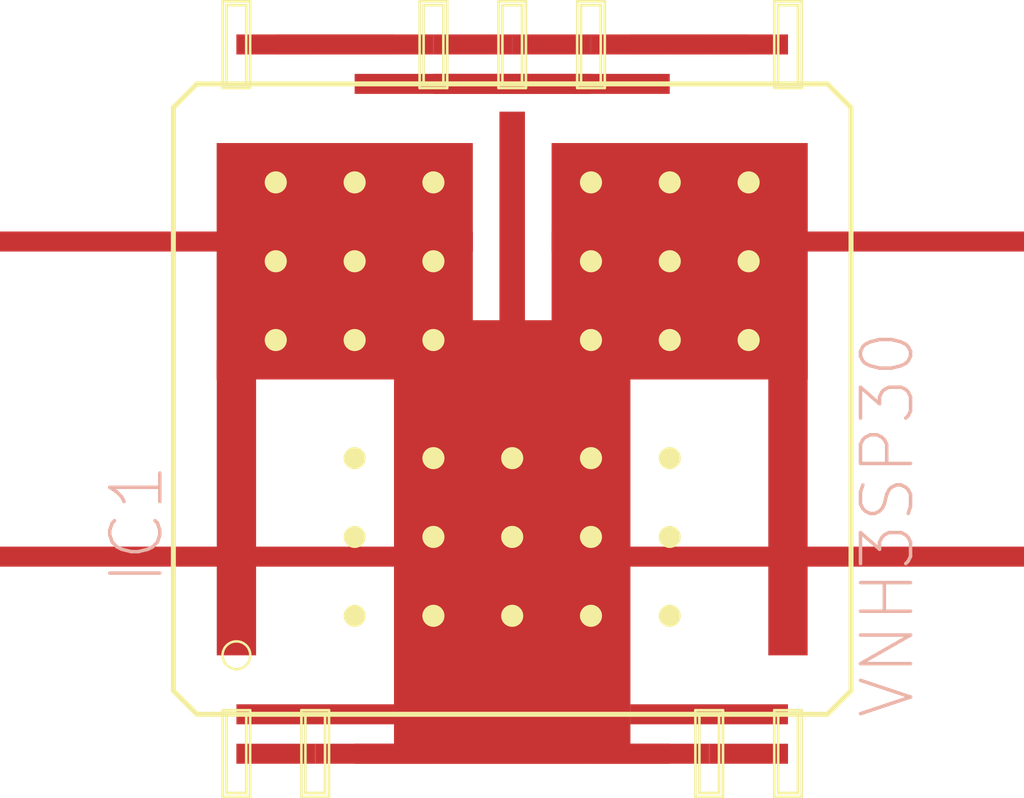
<source format=kicad_pcb>
(kicad_pcb (version 3) (host pcbnew "(2013-feb-26)-stable")

  (general
    (links 0)
    (no_connects 0)
    (area 0 0 0 0)
    (thickness 1.6)
    (drawings 0)
    (tracks 0)
    (zones 0)
    (modules 1)
    (nets 1)
  )

  (page A3)
  (layers
    (15 F.Cu signal)
    (0 B.Cu signal)
    (16 B.Adhes user)
    (17 F.Adhes user)
    (18 B.Paste user)
    (19 F.Paste user)
    (20 B.SilkS user)
    (21 F.SilkS user)
    (22 B.Mask user)
    (23 F.Mask user)
    (24 Dwgs.User user)
    (25 Cmts.User user)
    (26 Eco1.User user)
    (27 Eco2.User user)
    (28 Edge.Cuts user)
  )

  (setup
    (last_trace_width 0.254)
    (trace_clearance 0.254)
    (zone_clearance 0.508)
    (zone_45_only no)
    (trace_min 0.254)
    (segment_width 0.2)
    (edge_width 0.15)
    (via_size 0.889)
    (via_drill 0.635)
    (via_min_size 0.889)
    (via_min_drill 0.508)
    (uvia_size 0.508)
    (uvia_drill 0.127)
    (uvias_allowed no)
    (uvia_min_size 0.508)
    (uvia_min_drill 0.127)
    (pcb_text_width 0.3)
    (pcb_text_size 1 1)
    (mod_edge_width 0.15)
    (mod_text_size 1 1)
    (mod_text_width 0.15)
    (pad_size 1 1)
    (pad_drill 0.6)
    (pad_to_mask_clearance 0)
    (aux_axis_origin 0 0)
    (visible_elements FFFFFFBF)
    (pcbplotparams
      (layerselection 3178497)
      (usegerberextensions true)
      (excludeedgelayer true)
      (linewidth 152400)
      (plotframeref false)
      (viasonmask false)
      (mode 1)
      (useauxorigin false)
      (hpglpennumber 1)
      (hpglpenspeed 20)
      (hpglpendiameter 15)
      (hpglpenoverlay 2)
      (psnegative false)
      (psa4output false)
      (plotreference true)
      (plotvalue true)
      (plotothertext true)
      (plotinvisibletext false)
      (padsonsilk false)
      (subtractmaskfromsilk false)
      (outputformat 1)
      (mirror false)
      (drillshape 1)
      (scaleselection 1)
      (outputdirectory ""))
  )

  (net 0 "")

  (net_class Default "This is the default net class."
    (clearance 0.254)
    (trace_width 0.254)
    (via_dia 0.889)
    (via_drill 0.635)
    (uvia_dia 0.508)
    (uvia_drill 0.127)
    (add_net "")
  )

  (module st-microelectronics-MULTIPOWERSO-30 (layer F.Cu) (tedit 200000) (tstamp 517D7C3E)
    (at 26.6192 23.6728)
    (descr MULTIPOWERSO-30)
    (tags MULTIPOWERSO-30)
    (path /517D7814)
    (attr smd)
    (fp_text reference IC1 (at -9.525 3.175 90) (layer B.SilkS)
      (effects (font (size 1.27 1.27) (thickness 0.0889)))
    )
    (fp_text value VNH3SP30 (at 9.525 3.175 90) (layer B.SilkS)
      (effects (font (size 1.27 1.27) (thickness 0.0889)))
    )
    (fp_line (start -7.34822 -7.89432) (end -6.64972 -7.89432) (layer F.SilkS) (width 0.06604))
    (fp_line (start -6.64972 -7.89432) (end -6.64972 -10.09396) (layer F.SilkS) (width 0.06604))
    (fp_line (start -7.34822 -10.09396) (end -6.64972 -10.09396) (layer F.SilkS) (width 0.06604))
    (fp_line (start -7.34822 -7.89432) (end -7.34822 -10.09396) (layer F.SilkS) (width 0.06604))
    (fp_line (start -7.24916 -7.99338) (end -6.74878 -7.99338) (layer F.SilkS) (width 0.06604))
    (fp_line (start -6.74878 -7.99338) (end -6.74878 -9.9949) (layer F.SilkS) (width 0.06604))
    (fp_line (start -7.24916 -9.9949) (end -6.74878 -9.9949) (layer F.SilkS) (width 0.06604))
    (fp_line (start -7.24916 -7.99338) (end -7.24916 -9.9949) (layer F.SilkS) (width 0.06604))
    (fp_line (start -2.3495 -7.89432) (end -1.64846 -7.89432) (layer F.SilkS) (width 0.06604))
    (fp_line (start -1.64846 -7.89432) (end -1.64846 -10.09396) (layer F.SilkS) (width 0.06604))
    (fp_line (start -2.3495 -10.09396) (end -1.64846 -10.09396) (layer F.SilkS) (width 0.06604))
    (fp_line (start -2.3495 -7.89432) (end -2.3495 -10.09396) (layer F.SilkS) (width 0.06604))
    (fp_line (start -2.2479 -7.99338) (end -1.74752 -7.99338) (layer F.SilkS) (width 0.06604))
    (fp_line (start -1.74752 -7.99338) (end -1.74752 -9.9949) (layer F.SilkS) (width 0.06604))
    (fp_line (start -2.2479 -9.9949) (end -1.74752 -9.9949) (layer F.SilkS) (width 0.06604))
    (fp_line (start -2.2479 -7.99338) (end -2.2479 -9.9949) (layer F.SilkS) (width 0.06604))
    (fp_line (start -0.34798 -7.89432) (end 0.34798 -7.89432) (layer F.SilkS) (width 0.06604))
    (fp_line (start 0.34798 -7.89432) (end 0.34798 -10.09396) (layer F.SilkS) (width 0.06604))
    (fp_line (start -0.34798 -10.09396) (end 0.34798 -10.09396) (layer F.SilkS) (width 0.06604))
    (fp_line (start -0.34798 -7.89432) (end -0.34798 -10.09396) (layer F.SilkS) (width 0.06604))
    (fp_line (start -0.24892 -7.99338) (end 0.24892 -7.99338) (layer F.SilkS) (width 0.06604))
    (fp_line (start 0.24892 -7.99338) (end 0.24892 -9.9949) (layer F.SilkS) (width 0.06604))
    (fp_line (start -0.24892 -9.9949) (end 0.24892 -9.9949) (layer F.SilkS) (width 0.06604))
    (fp_line (start -0.24892 -7.99338) (end -0.24892 -9.9949) (layer F.SilkS) (width 0.06604))
    (fp_line (start 1.64846 -7.89432) (end 2.3495 -7.89432) (layer F.SilkS) (width 0.06604))
    (fp_line (start 2.3495 -7.89432) (end 2.3495 -10.09396) (layer F.SilkS) (width 0.06604))
    (fp_line (start 1.64846 -10.09396) (end 2.3495 -10.09396) (layer F.SilkS) (width 0.06604))
    (fp_line (start 1.64846 -7.89432) (end 1.64846 -10.09396) (layer F.SilkS) (width 0.06604))
    (fp_line (start 1.74752 -7.99338) (end 2.2479 -7.99338) (layer F.SilkS) (width 0.06604))
    (fp_line (start 2.2479 -7.99338) (end 2.2479 -9.9949) (layer F.SilkS) (width 0.06604))
    (fp_line (start 1.74752 -9.9949) (end 2.2479 -9.9949) (layer F.SilkS) (width 0.06604))
    (fp_line (start 1.74752 -7.99338) (end 1.74752 -9.9949) (layer F.SilkS) (width 0.06604))
    (fp_line (start 6.64972 -7.89432) (end 7.34822 -7.89432) (layer F.SilkS) (width 0.06604))
    (fp_line (start 7.34822 -7.89432) (end 7.34822 -10.09396) (layer F.SilkS) (width 0.06604))
    (fp_line (start 6.64972 -10.09396) (end 7.34822 -10.09396) (layer F.SilkS) (width 0.06604))
    (fp_line (start 6.64972 -7.89432) (end 6.64972 -10.09396) (layer F.SilkS) (width 0.06604))
    (fp_line (start 6.74878 -7.99338) (end 7.24916 -7.99338) (layer F.SilkS) (width 0.06604))
    (fp_line (start 7.24916 -7.99338) (end 7.24916 -9.9949) (layer F.SilkS) (width 0.06604))
    (fp_line (start 6.74878 -9.9949) (end 7.24916 -9.9949) (layer F.SilkS) (width 0.06604))
    (fp_line (start 6.74878 -7.99338) (end 6.74878 -9.9949) (layer F.SilkS) (width 0.06604))
    (fp_line (start -7.34822 10.09396) (end -6.64972 10.09396) (layer F.SilkS) (width 0.06604))
    (fp_line (start -6.64972 10.09396) (end -6.64972 7.89432) (layer F.SilkS) (width 0.06604))
    (fp_line (start -7.34822 7.89432) (end -6.64972 7.89432) (layer F.SilkS) (width 0.06604))
    (fp_line (start -7.34822 10.09396) (end -7.34822 7.89432) (layer F.SilkS) (width 0.06604))
    (fp_line (start -7.24916 9.9949) (end -6.74878 9.9949) (layer F.SilkS) (width 0.06604))
    (fp_line (start -6.74878 9.9949) (end -6.74878 7.99338) (layer F.SilkS) (width 0.06604))
    (fp_line (start -7.24916 7.99338) (end -6.74878 7.99338) (layer F.SilkS) (width 0.06604))
    (fp_line (start -7.24916 9.9949) (end -7.24916 7.99338) (layer F.SilkS) (width 0.06604))
    (fp_line (start -5.34924 10.09396) (end -4.6482 10.09396) (layer F.SilkS) (width 0.06604))
    (fp_line (start -4.6482 10.09396) (end -4.6482 7.89432) (layer F.SilkS) (width 0.06604))
    (fp_line (start -5.34924 7.89432) (end -4.6482 7.89432) (layer F.SilkS) (width 0.06604))
    (fp_line (start -5.34924 10.09396) (end -5.34924 7.89432) (layer F.SilkS) (width 0.06604))
    (fp_line (start -5.24764 9.9949) (end -4.7498 9.9949) (layer F.SilkS) (width 0.06604))
    (fp_line (start -4.7498 9.9949) (end -4.7498 7.99338) (layer F.SilkS) (width 0.06604))
    (fp_line (start -5.24764 7.99338) (end -4.7498 7.99338) (layer F.SilkS) (width 0.06604))
    (fp_line (start -5.24764 9.9949) (end -5.24764 7.99338) (layer F.SilkS) (width 0.06604))
    (fp_line (start 4.6482 10.09396) (end 5.34924 10.09396) (layer F.SilkS) (width 0.06604))
    (fp_line (start 5.34924 10.09396) (end 5.34924 7.89432) (layer F.SilkS) (width 0.06604))
    (fp_line (start 4.6482 7.89432) (end 5.34924 7.89432) (layer F.SilkS) (width 0.06604))
    (fp_line (start 4.6482 10.09396) (end 4.6482 7.89432) (layer F.SilkS) (width 0.06604))
    (fp_line (start 4.7498 9.9949) (end 5.24764 9.9949) (layer F.SilkS) (width 0.06604))
    (fp_line (start 5.24764 9.9949) (end 5.24764 7.99338) (layer F.SilkS) (width 0.06604))
    (fp_line (start 4.7498 7.99338) (end 5.24764 7.99338) (layer F.SilkS) (width 0.06604))
    (fp_line (start 4.7498 9.9949) (end 4.7498 7.99338) (layer F.SilkS) (width 0.06604))
    (fp_line (start 6.64972 10.09396) (end 7.34822 10.09396) (layer F.SilkS) (width 0.06604))
    (fp_line (start 7.34822 10.09396) (end 7.34822 7.89432) (layer F.SilkS) (width 0.06604))
    (fp_line (start 6.64972 7.89432) (end 7.34822 7.89432) (layer F.SilkS) (width 0.06604))
    (fp_line (start 6.64972 10.09396) (end 6.64972 7.89432) (layer F.SilkS) (width 0.06604))
    (fp_line (start 6.74878 9.9949) (end 7.24916 9.9949) (layer F.SilkS) (width 0.06604))
    (fp_line (start 7.24916 9.9949) (end 7.24916 7.99338) (layer F.SilkS) (width 0.06604))
    (fp_line (start 6.74878 7.99338) (end 7.24916 7.99338) (layer F.SilkS) (width 0.06604))
    (fp_line (start 6.74878 9.9949) (end 6.74878 7.99338) (layer F.SilkS) (width 0.06604))
    (fp_line (start -7.99846 -7.99846) (end 7.99846 -7.99846) (layer F.SilkS) (width 0.127))
    (fp_line (start 7.99846 -7.99846) (end 8.5979 -7.39902) (layer F.SilkS) (width 0.127))
    (fp_line (start 8.5979 -7.39902) (end 8.5979 7.39902) (layer F.SilkS) (width 0.127))
    (fp_line (start 8.5979 7.39902) (end 7.99846 7.99846) (layer F.SilkS) (width 0.127))
    (fp_line (start 7.99846 7.99846) (end -7.99846 7.99846) (layer F.SilkS) (width 0.127))
    (fp_line (start -7.99846 7.99846) (end -8.5979 7.39902) (layer F.SilkS) (width 0.127))
    (fp_line (start -8.5979 7.39902) (end -8.5979 -7.39902) (layer F.SilkS) (width 0.127))
    (fp_line (start -8.5979 -7.39902) (end -7.99846 -7.99846) (layer F.SilkS) (width 0.127))
    (fp_circle (center -6.9977 6.49986) (end -7.24662 6.74878) (layer F.SilkS) (width 0.0635))
    (fp_circle (center -5.99948 -5.4991) (end -6.1976 -5.69722) (layer F.SilkS))
    (fp_circle (center -5.99948 -5.4991) (end -6.14934 -5.64896) (layer F.SilkS))
    (fp_circle (center -3.99796 -5.4991) (end -4.19608 -5.69722) (layer F.SilkS))
    (fp_circle (center -3.99796 -5.4991) (end -4.14782 -5.64896) (layer F.SilkS))
    (fp_circle (center -1.99898 -5.4991) (end -2.1971 -5.69722) (layer F.SilkS))
    (fp_circle (center -1.99898 -5.4991) (end -2.14884 -5.64896) (layer F.SilkS))
    (fp_circle (center 1.99898 -5.4991) (end 2.1971 -5.69722) (layer F.SilkS))
    (fp_circle (center 1.99898 -5.4991) (end 2.14884 -5.64896) (layer F.SilkS))
    (fp_circle (center 3.99796 -5.4991) (end 4.19608 -5.69722) (layer F.SilkS))
    (fp_circle (center 3.99796 -5.4991) (end 4.14782 -5.64896) (layer F.SilkS))
    (fp_circle (center 5.99948 -5.4991) (end 6.1976 -5.69722) (layer F.SilkS))
    (fp_circle (center 5.99948 -5.4991) (end 6.14934 -5.64896) (layer F.SilkS))
    (fp_circle (center -5.99948 -3.49758) (end -6.1976 -3.6957) (layer F.SilkS))
    (fp_circle (center -5.99948 -3.49758) (end -6.14934 -3.64744) (layer F.SilkS))
    (fp_circle (center -3.99796 -3.49758) (end -4.19608 -3.6957) (layer F.SilkS))
    (fp_circle (center -3.99796 -3.49758) (end -4.14782 -3.64744) (layer F.SilkS))
    (fp_circle (center -1.99898 -3.49758) (end -2.1971 -3.6957) (layer F.SilkS))
    (fp_circle (center -1.99898 -3.49758) (end -2.14884 -3.64744) (layer F.SilkS))
    (fp_circle (center 1.99898 -3.49758) (end 2.1971 -3.6957) (layer F.SilkS))
    (fp_circle (center 1.99898 -3.49758) (end 2.14884 -3.64744) (layer F.SilkS))
    (fp_circle (center 3.99796 -3.49758) (end 4.19608 -3.6957) (layer F.SilkS))
    (fp_circle (center 3.99796 -3.49758) (end 4.14782 -3.64744) (layer F.SilkS))
    (fp_circle (center 5.99948 -3.49758) (end 6.1976 -3.6957) (layer F.SilkS))
    (fp_circle (center 5.99948 -3.49758) (end 6.14934 -3.64744) (layer F.SilkS))
    (fp_circle (center -5.99948 -1.4986) (end -6.1976 -1.69672) (layer F.SilkS))
    (fp_circle (center -5.99948 -1.4986) (end -6.14934 -1.64846) (layer F.SilkS))
    (fp_circle (center -3.99796 -1.4986) (end -4.19608 -1.69672) (layer F.SilkS))
    (fp_circle (center -3.99796 -1.4986) (end -4.14782 -1.64846) (layer F.SilkS))
    (fp_circle (center -1.99898 -1.4986) (end -2.1971 -1.69672) (layer F.SilkS))
    (fp_circle (center -1.99898 -1.4986) (end -2.14884 -1.64846) (layer F.SilkS))
    (fp_circle (center 1.99898 -1.4986) (end 2.1971 -1.69672) (layer F.SilkS))
    (fp_circle (center 1.99898 -1.4986) (end 2.14884 -1.64846) (layer F.SilkS))
    (fp_circle (center 3.99796 -1.4986) (end 4.19608 -1.69672) (layer F.SilkS))
    (fp_circle (center 3.99796 -1.4986) (end 4.14782 -1.64846) (layer F.SilkS))
    (fp_circle (center 5.99948 -1.4986) (end 6.1976 -1.69672) (layer F.SilkS))
    (fp_circle (center 5.99948 -1.4986) (end 6.14934 -1.64846) (layer F.SilkS))
    (fp_circle (center -3.99796 1.4986) (end -4.19608 1.69672) (layer F.SilkS))
    (fp_circle (center -3.99796 1.4986) (end -4.14782 1.64846) (layer F.SilkS))
    (fp_circle (center -1.99898 1.4986) (end -2.1971 1.69672) (layer F.SilkS))
    (fp_circle (center -1.99898 1.4986) (end -2.14884 1.64846) (layer F.SilkS))
    (fp_circle (center 0 1.4986) (end -0.19812 1.69672) (layer F.SilkS))
    (fp_circle (center 0 1.4986) (end -0.14986 1.64846) (layer F.SilkS))
    (fp_circle (center 1.99898 1.4986) (end 2.1971 1.69672) (layer F.SilkS))
    (fp_circle (center 1.99898 1.4986) (end 2.14884 1.64846) (layer F.SilkS))
    (fp_circle (center 3.99796 1.4986) (end 4.19608 1.69672) (layer F.SilkS))
    (fp_circle (center 3.99796 1.4986) (end 4.14782 1.64846) (layer F.SilkS))
    (fp_circle (center -3.99796 3.49758) (end -4.19608 3.6957) (layer F.SilkS))
    (fp_circle (center -3.99796 3.49758) (end -4.14782 3.64744) (layer F.SilkS))
    (fp_circle (center -1.99898 3.49758) (end -2.1971 3.6957) (layer F.SilkS))
    (fp_circle (center -1.99898 3.49758) (end -2.14884 3.64744) (layer F.SilkS))
    (fp_circle (center 0 3.49758) (end -0.19812 3.6957) (layer F.SilkS))
    (fp_circle (center 0 3.49758) (end -0.14986 3.64744) (layer F.SilkS))
    (fp_circle (center 1.99898 3.49758) (end 2.1971 3.6957) (layer F.SilkS))
    (fp_circle (center 1.99898 3.49758) (end 2.14884 3.64744) (layer F.SilkS))
    (fp_circle (center 3.99796 3.49758) (end 4.19608 3.6957) (layer F.SilkS))
    (fp_circle (center 3.99796 3.49758) (end 4.14782 3.64744) (layer F.SilkS))
    (fp_circle (center -3.99796 5.4991) (end -4.19608 5.69722) (layer F.SilkS))
    (fp_circle (center -3.99796 5.4991) (end -4.14782 5.64896) (layer F.SilkS))
    (fp_circle (center -1.99898 5.4991) (end -2.1971 5.69722) (layer F.SilkS))
    (fp_circle (center -1.99898 5.4991) (end -2.14884 5.64896) (layer F.SilkS))
    (fp_circle (center 0 5.4991) (end -0.19812 5.69722) (layer F.SilkS))
    (fp_circle (center 0 5.4991) (end -0.14986 5.64896) (layer F.SilkS))
    (fp_circle (center 1.99898 5.4991) (end 2.1971 5.69722) (layer F.SilkS))
    (fp_circle (center 1.99898 5.4991) (end 2.14884 5.64896) (layer F.SilkS))
    (fp_circle (center 3.99796 5.4991) (end 4.19608 5.69722) (layer F.SilkS))
    (fp_circle (center 3.99796 5.4991) (end 4.14782 5.64896) (layer F.SilkS))
    (pad 1 smd rect (at -6.9977 3.99796) (size 11.99896 0.508)
      (layers F.Cu F.Paste F.Mask)
    )
    (pad 2 smd rect (at -5.99948 8.99922) (size 1.99898 0.508)
      (layers F.Cu F.Paste F.Mask)
    )
    (pad 3 smd rect (at -4.99872 7.99846) (size 3.99796 0.508)
      (layers F.Cu F.Paste F.Mask)
    )
    (pad 4 smd rect (at -3.99796 8.99922) (size 1.99898 0.508)
      (layers F.Cu F.Paste F.Mask)
    )
    (pad 5 smd rect (at -2.99974 8.99922) (size 1.99898 0.508)
      (layers F.Cu F.Paste F.Mask)
    )
    (pad 6 smd rect (at -1.99898 8.99922) (size 1.99898 0.508)
      (layers F.Cu F.Paste F.Mask)
    )
    (pad 7 smd rect (at -0.99822 8.99922) (size 1.99898 0.508)
      (layers F.Cu F.Paste F.Mask)
    )
    (pad 8 smd rect (at 0 8.99922) (size 1.99898 0.508)
      (layers F.Cu F.Paste F.Mask)
    )
    (pad 9 smd rect (at 0.99822 8.99922) (size 1.99898 0.508)
      (layers F.Cu F.Paste F.Mask)
    )
    (pad 10 smd rect (at 1.99898 8.99922) (size 1.99898 0.508)
      (layers F.Cu F.Paste F.Mask)
    )
    (pad 11 smd rect (at 2.99974 8.99922) (size 1.99898 0.508)
      (layers F.Cu F.Paste F.Mask)
    )
    (pad 12 smd rect (at 3.99796 8.99922) (size 1.99898 0.508)
      (layers F.Cu F.Paste F.Mask)
    )
    (pad 13 smd rect (at 4.99872 7.99846) (size 3.99796 0.508)
      (layers F.Cu F.Paste F.Mask)
    )
    (pad 14 smd rect (at 5.99948 8.99922) (size 1.99898 0.508)
      (layers F.Cu F.Paste F.Mask)
    )
    (pad 15 smd rect (at 6.9977 3.99796) (size 11.99896 0.508)
      (layers F.Cu F.Paste F.Mask)
    )
    (pad 16 smd rect (at 6.9977 -3.99796) (size 11.99896 0.508)
      (layers F.Cu F.Paste F.Mask)
    )
    (pad 17 smd rect (at 5.99948 -8.99922) (size 1.99898 0.508)
      (layers F.Cu F.Paste F.Mask)
    )
    (pad 18 smd rect (at 4.99872 -8.99922) (size 1.99898 0.508)
      (layers F.Cu F.Paste F.Mask)
    )
    (pad 19 smd rect (at 3.99796 -8.99922) (size 1.99898 0.508)
      (layers F.Cu F.Paste F.Mask)
    )
    (pad 20 smd rect (at 2.99974 -8.99922) (size 1.99898 0.508)
      (layers F.Cu F.Paste F.Mask)
    )
    (pad 21 smd rect (at 1.99898 -7.99846) (size 3.99796 0.508)
      (layers F.Cu F.Paste F.Mask)
    )
    (pad 22 smd rect (at 0.99822 -8.99922) (size 1.99898 0.508)
      (layers F.Cu F.Paste F.Mask)
    )
    (pad 23 smd rect (at 0 -7.99846) (size 3.99796 0.508)
      (layers F.Cu F.Paste F.Mask)
    )
    (pad 24 smd rect (at -0.99822 -8.99922) (size 1.99898 0.508)
      (layers F.Cu F.Paste F.Mask)
    )
    (pad 25 smd rect (at -1.99898 -7.99846) (size 3.99796 0.508)
      (layers F.Cu F.Paste F.Mask)
    )
    (pad 26 smd rect (at -2.99974 -8.99922) (size 1.99898 0.508)
      (layers F.Cu F.Paste F.Mask)
    )
    (pad 27 smd rect (at -3.99796 -8.99922) (size 1.99898 0.508)
      (layers F.Cu F.Paste F.Mask)
    )
    (pad 28 smd rect (at -4.99872 -8.99922) (size 1.99898 0.508)
      (layers F.Cu F.Paste F.Mask)
    )
    (pad 29 smd rect (at -5.99948 -8.99922) (size 1.99898 0.508)
      (layers F.Cu F.Paste F.Mask)
    )
    (pad 30 smd rect (at -6.9977 -3.99796) (size 11.99896 0.508)
      (layers F.Cu F.Paste F.Mask)
    )
    (pad OUTA smd rect (at -4.24942 -3.49758) (size 6.49986 5.99948)
      (layers F.Cu F.Paste F.Mask)
    )
    (pad OUTA smd rect (at -6.9977 2.75336) (size 0.99822 7.49808)
      (layers F.Cu F.Paste F.Mask)
    )
    (pad OUTB smd rect (at 4.24942 -3.49758) (size 6.49986 5.99948)
      (layers F.Cu F.Paste F.Mask)
    )
    (pad OUTB smd rect (at 6.9977 2.75336) (size 0.99822 7.49808)
      (layers F.Cu F.Paste F.Mask)
    )
    (pad VCC smd rect (at 0 3.49758) (size 5.99948 10.9982)
      (layers F.Cu F.Paste F.Mask)
    )
    (pad VCC@ smd rect (at 0 -3.14452) (size 0.6477 8.29818)
      (layers F.Cu F.Paste F.Mask)
    )
  )

)

</source>
